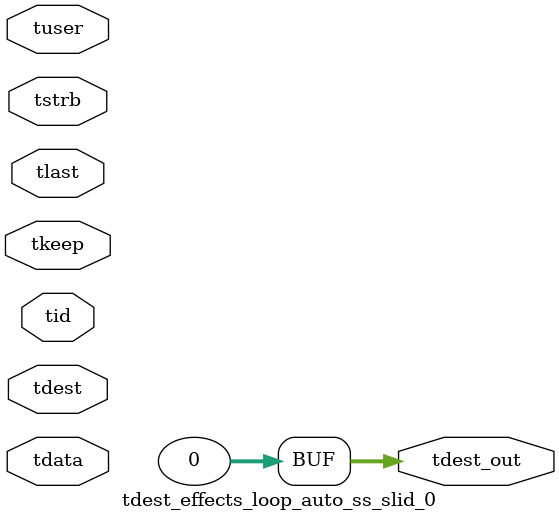
<source format=v>


`timescale 1ps/1ps

module tdest_effects_loop_auto_ss_slid_0 #
(
parameter C_S_AXIS_TDATA_WIDTH = 32,
parameter C_S_AXIS_TUSER_WIDTH = 0,
parameter C_S_AXIS_TID_WIDTH   = 0,
parameter C_S_AXIS_TDEST_WIDTH = 0,
parameter C_M_AXIS_TDEST_WIDTH = 32
)
(
input  [(C_S_AXIS_TDATA_WIDTH == 0 ? 1 : C_S_AXIS_TDATA_WIDTH)-1:0     ] tdata,
input  [(C_S_AXIS_TUSER_WIDTH == 0 ? 1 : C_S_AXIS_TUSER_WIDTH)-1:0     ] tuser,
input  [(C_S_AXIS_TID_WIDTH   == 0 ? 1 : C_S_AXIS_TID_WIDTH)-1:0       ] tid,
input  [(C_S_AXIS_TDEST_WIDTH == 0 ? 1 : C_S_AXIS_TDEST_WIDTH)-1:0     ] tdest,
input  [(C_S_AXIS_TDATA_WIDTH/8)-1:0 ] tkeep,
input  [(C_S_AXIS_TDATA_WIDTH/8)-1:0 ] tstrb,
input                                                                    tlast,
output [C_M_AXIS_TDEST_WIDTH-1:0] tdest_out
);

assign tdest_out = {1'b0};

endmodule


</source>
